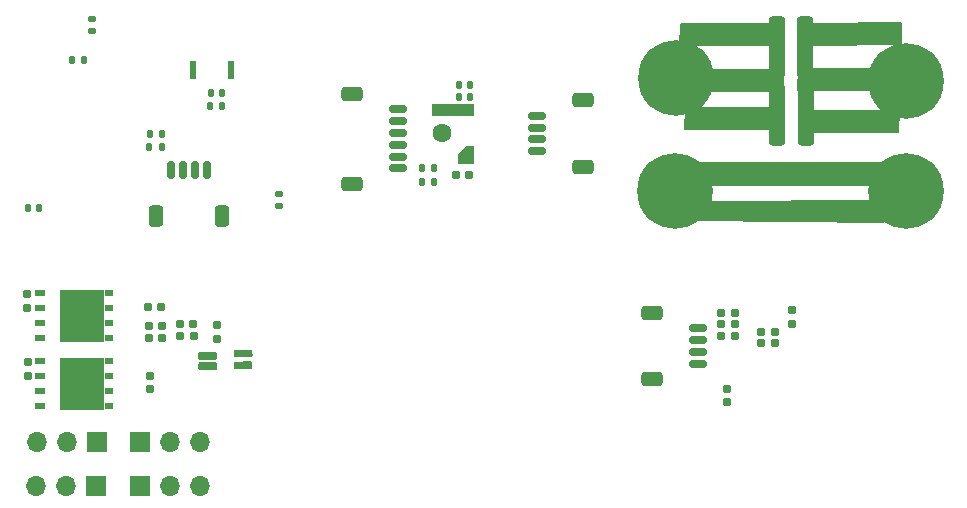
<source format=gbr>
%TF.GenerationSoftware,KiCad,Pcbnew,8.0.5*%
%TF.CreationDate,2024-10-22T02:59:18+02:00*%
%TF.ProjectId,Carte sensors,43617274-6520-4736-956e-736f72732e6b,rev?*%
%TF.SameCoordinates,Original*%
%TF.FileFunction,Soldermask,Bot*%
%TF.FilePolarity,Negative*%
%FSLAX46Y46*%
G04 Gerber Fmt 4.6, Leading zero omitted, Abs format (unit mm)*
G04 Created by KiCad (PCBNEW 8.0.5) date 2024-10-22 02:59:18*
%MOMM*%
%LPD*%
G01*
G04 APERTURE LIST*
G04 Aperture macros list*
%AMRoundRect*
0 Rectangle with rounded corners*
0 $1 Rounding radius*
0 $2 $3 $4 $5 $6 $7 $8 $9 X,Y pos of 4 corners*
0 Add a 4 corners polygon primitive as box body*
4,1,4,$2,$3,$4,$5,$6,$7,$8,$9,$2,$3,0*
0 Add four circle primitives for the rounded corners*
1,1,$1+$1,$2,$3*
1,1,$1+$1,$4,$5*
1,1,$1+$1,$6,$7*
1,1,$1+$1,$8,$9*
0 Add four rect primitives between the rounded corners*
20,1,$1+$1,$2,$3,$4,$5,0*
20,1,$1+$1,$4,$5,$6,$7,0*
20,1,$1+$1,$6,$7,$8,$9,0*
20,1,$1+$1,$8,$9,$2,$3,0*%
%AMOutline5P*
0 Free polygon, 5 corners , with rotation*
0 The origin of the aperture is its center*
0 number of corners: always 5*
0 $1 to $10 corner X, Y*
0 $11 Rotation angle, in degrees counterclockwise*
0 create outline with 5 corners*
4,1,5,$1,$2,$3,$4,$5,$6,$7,$8,$9,$10,$1,$2,$11*%
%AMOutline6P*
0 Free polygon, 6 corners , with rotation*
0 The origin of the aperture is its center*
0 number of corners: always 6*
0 $1 to $12 corner X, Y*
0 $13 Rotation angle, in degrees counterclockwise*
0 create outline with 6 corners*
4,1,6,$1,$2,$3,$4,$5,$6,$7,$8,$9,$10,$11,$12,$1,$2,$13*%
%AMOutline7P*
0 Free polygon, 7 corners , with rotation*
0 The origin of the aperture is its center*
0 number of corners: always 7*
0 $1 to $14 corner X, Y*
0 $15 Rotation angle, in degrees counterclockwise*
0 create outline with 7 corners*
4,1,7,$1,$2,$3,$4,$5,$6,$7,$8,$9,$10,$11,$12,$13,$14,$1,$2,$15*%
%AMOutline8P*
0 Free polygon, 8 corners , with rotation*
0 The origin of the aperture is its center*
0 number of corners: always 8*
0 $1 to $16 corner X, Y*
0 $17 Rotation angle, in degrees counterclockwise*
0 create outline with 8 corners*
4,1,8,$1,$2,$3,$4,$5,$6,$7,$8,$9,$10,$11,$12,$13,$14,$15,$16,$1,$2,$17*%
G04 Aperture macros list end*
%ADD10RoundRect,0.160000X0.160000X-0.197500X0.160000X0.197500X-0.160000X0.197500X-0.160000X-0.197500X0*%
%ADD11R,0.850000X0.500000*%
%ADD12R,0.800000X0.600000*%
%ADD13R,3.750000X4.410000*%
%ADD14O,1.700000X1.700000*%
%ADD15R,1.700000X1.700000*%
%ADD16RoundRect,0.135000X0.135000X0.185000X-0.135000X0.185000X-0.135000X-0.185000X0.135000X-0.185000X0*%
%ADD17RoundRect,0.135000X-0.135000X-0.185000X0.135000X-0.185000X0.135000X0.185000X-0.135000X0.185000X0*%
%ADD18RoundRect,0.135000X0.185000X-0.135000X0.185000X0.135000X-0.185000X0.135000X-0.185000X-0.135000X0*%
%ADD19R,0.550000X1.500000*%
%ADD20RoundRect,0.140000X0.140000X0.170000X-0.140000X0.170000X-0.140000X-0.170000X0.140000X-0.170000X0*%
%ADD21C,0.800000*%
%ADD22C,6.400000*%
%ADD23C,1.600000*%
%ADD24RoundRect,0.135000X-0.185000X0.135000X-0.185000X-0.135000X0.185000X-0.135000X0.185000X0.135000X0*%
%ADD25RoundRect,0.155000X0.212500X0.155000X-0.212500X0.155000X-0.212500X-0.155000X0.212500X-0.155000X0*%
%ADD26RoundRect,0.155000X-0.212500X-0.155000X0.212500X-0.155000X0.212500X0.155000X-0.212500X0.155000X0*%
%ADD27RoundRect,0.155000X-0.155000X0.212500X-0.155000X-0.212500X0.155000X-0.212500X0.155000X0.212500X0*%
%ADD28RoundRect,0.160000X-0.160000X0.197500X-0.160000X-0.197500X0.160000X-0.197500X0.160000X0.197500X0*%
%ADD29RoundRect,0.150000X0.625000X-0.150000X0.625000X0.150000X-0.625000X0.150000X-0.625000X-0.150000X0*%
%ADD30RoundRect,0.250000X0.650000X-0.350000X0.650000X0.350000X-0.650000X0.350000X-0.650000X-0.350000X0*%
%ADD31RoundRect,0.250000X0.412500X2.350000X-0.412500X2.350000X-0.412500X-2.350000X0.412500X-2.350000X0*%
%ADD32RoundRect,0.150000X-0.625000X0.150000X-0.625000X-0.150000X0.625000X-0.150000X0.625000X0.150000X0*%
%ADD33RoundRect,0.250000X-0.650000X0.350000X-0.650000X-0.350000X0.650000X-0.350000X0.650000X0.350000X0*%
%ADD34Outline5P,-0.650000X0.100000X0.000000X0.750000X0.650000X0.750000X0.650000X-0.750000X-0.650000X-0.750000X0.000000*%
%ADD35R,3.600000X1.100000*%
%ADD36RoundRect,0.150000X0.150000X0.625000X-0.150000X0.625000X-0.150000X-0.625000X0.150000X-0.625000X0*%
%ADD37RoundRect,0.250000X0.350000X0.650000X-0.350000X0.650000X-0.350000X-0.650000X0.350000X-0.650000X0*%
G04 APERTURE END LIST*
D10*
%TO.C,R22*%
X150295000Y-124602000D03*
X150295000Y-125797000D03*
%TD*%
%TO.C,R20*%
X150235000Y-118886000D03*
X150235000Y-120081000D03*
%TD*%
D11*
%TO.C,Q2*%
X151345000Y-122635000D03*
X151345000Y-121365000D03*
X151345000Y-120095000D03*
X151345000Y-118825000D03*
D12*
X157170000Y-118825000D03*
X157170000Y-120095000D03*
X157170000Y-121365000D03*
X157170000Y-122635000D03*
D13*
X154895000Y-120730000D03*
%TD*%
%TO.C,Q1*%
X154925000Y-126490000D03*
D12*
X157200000Y-128395000D03*
X157200000Y-127125000D03*
X157200000Y-125855000D03*
X157200000Y-124585000D03*
D11*
X151375000Y-124585000D03*
X151375000Y-125855000D03*
X151375000Y-127125000D03*
X151375000Y-128395000D03*
%TD*%
D14*
%TO.C,J10*%
X164915000Y-135130000D03*
X162375000Y-135130000D03*
D15*
X159835000Y-135130000D03*
%TD*%
D14*
%TO.C,J9*%
X164930000Y-131400000D03*
X162390000Y-131400000D03*
D15*
X159850000Y-131400000D03*
%TD*%
D14*
%TO.C,J8*%
X151100000Y-131400000D03*
X153640000Y-131400000D03*
D15*
X156180000Y-131400000D03*
%TD*%
D14*
%TO.C,J7*%
X151045000Y-135130000D03*
X153585000Y-135130000D03*
D15*
X156125000Y-135130000D03*
%TD*%
D16*
%TO.C,R3*%
X161670000Y-105370000D03*
X160650000Y-105370000D03*
%TD*%
D17*
%TO.C,R5*%
X165760000Y-102990000D03*
X166780000Y-102990000D03*
%TD*%
D18*
%TO.C,R2*%
X155730000Y-96650000D03*
X155730000Y-95630000D03*
%TD*%
D19*
%TO.C,SW1*%
X167540000Y-99885000D03*
X164290000Y-99885000D03*
%TD*%
D20*
%TO.C,C2*%
X151280000Y-111620000D03*
X150320000Y-111620000D03*
%TD*%
D21*
%TO.C,H2*%
X202762944Y-100582944D03*
X203465888Y-98885888D03*
X203465888Y-102280000D03*
X205162944Y-98182944D03*
D22*
X205162944Y-100582944D03*
D21*
X205162944Y-102982944D03*
X206860000Y-98885888D03*
X206860000Y-102280000D03*
X207562944Y-100582944D03*
%TD*%
D23*
%TO.C,PA1010D1*%
X185350000Y-105240000D03*
%TD*%
D24*
%TO.C,R6*%
X171600000Y-110430000D03*
X171600000Y-111450000D03*
%TD*%
D21*
%TO.C,H1*%
X222280000Y-100830000D03*
X222982944Y-99132944D03*
X222982944Y-102527056D03*
X224680000Y-98430000D03*
D22*
X224680000Y-100830000D03*
D21*
X224680000Y-103230000D03*
X226377056Y-99132944D03*
X226377056Y-102527056D03*
X227080000Y-100830000D03*
%TD*%
D16*
%TO.C,R4*%
X161640000Y-106460000D03*
X160620000Y-106460000D03*
%TD*%
D25*
%TO.C,C17*%
X160565000Y-122592500D03*
X161700000Y-122592500D03*
%TD*%
D21*
%TO.C,H3*%
X222252944Y-110192944D03*
X222955888Y-108495888D03*
X222955888Y-111890000D03*
X224652944Y-107792944D03*
D22*
X224652944Y-110192944D03*
D21*
X224652944Y-112592944D03*
X226350000Y-108495888D03*
X226350000Y-111890000D03*
X227052944Y-110192944D03*
%TD*%
D26*
%TO.C,C15*%
X164352500Y-122432500D03*
X163217500Y-122432500D03*
%TD*%
D25*
%TO.C,C14*%
X160467500Y-120022500D03*
X161602500Y-120022500D03*
%TD*%
D27*
%TO.C,C26*%
X160625000Y-126930000D03*
X160625000Y-125795000D03*
%TD*%
D25*
%TO.C,C16*%
X160565000Y-121622500D03*
X161700000Y-121622500D03*
%TD*%
D28*
%TO.C,R16*%
X166325000Y-122722500D03*
X166325000Y-121527500D03*
%TD*%
D21*
%TO.C,H4*%
X202682944Y-110192944D03*
X203385888Y-108495888D03*
X203385888Y-111890000D03*
X205082944Y-107792944D03*
D22*
X205082944Y-110192944D03*
D21*
X205082944Y-112592944D03*
X206780000Y-108495888D03*
X206780000Y-111890000D03*
X207482944Y-110192944D03*
%TD*%
D17*
%TO.C,R1*%
X154070000Y-99090000D03*
X155090000Y-99090000D03*
%TD*%
D26*
%TO.C,C13*%
X164335000Y-121422500D03*
X163200000Y-121422500D03*
%TD*%
D20*
%TO.C,C1*%
X166780000Y-101890000D03*
X165820000Y-101890000D03*
%TD*%
D10*
%TO.C,R19*%
X215010000Y-121417500D03*
X215010000Y-120222500D03*
%TD*%
D25*
%TO.C,C22*%
X210167500Y-120490000D03*
X209032500Y-120490000D03*
%TD*%
D17*
%TO.C,R17*%
X183720000Y-108250000D03*
X184740000Y-108250000D03*
%TD*%
D29*
%TO.C,J4*%
X207025000Y-124780000D03*
X207025000Y-123780000D03*
X207025000Y-122780000D03*
X207025000Y-121780000D03*
D30*
X203150000Y-126080000D03*
X203150000Y-120480000D03*
%TD*%
D31*
%TO.C,R10*%
X216140000Y-97970000D03*
X213715000Y-97970000D03*
%TD*%
D26*
%TO.C,C10*%
X186542500Y-108800000D03*
X187677500Y-108800000D03*
%TD*%
D27*
%TO.C,C28*%
X209490000Y-126935000D03*
X209490000Y-128070000D03*
%TD*%
D26*
%TO.C,C21*%
X212412500Y-123072500D03*
X213547500Y-123072500D03*
%TD*%
D17*
%TO.C,R18*%
X183700000Y-109420000D03*
X184720000Y-109420000D03*
%TD*%
D20*
%TO.C,C4*%
X187760000Y-102230000D03*
X186800000Y-102230000D03*
%TD*%
D25*
%TO.C,C23*%
X210177500Y-122410000D03*
X209042500Y-122410000D03*
%TD*%
D26*
%TO.C,C20*%
X212412500Y-122092500D03*
X213547500Y-122092500D03*
%TD*%
D31*
%TO.C,R15*%
X216180000Y-103730000D03*
X213755000Y-103730000D03*
%TD*%
D20*
%TO.C,C3*%
X187760000Y-101230000D03*
X186800000Y-101230000D03*
%TD*%
D25*
%TO.C,C24*%
X210167500Y-121460000D03*
X209032500Y-121460000D03*
%TD*%
D32*
%TO.C,J3*%
X193465000Y-103800000D03*
X193465000Y-104800000D03*
X193465000Y-105800000D03*
X193465000Y-106800000D03*
D33*
X197340000Y-102500000D03*
X197340000Y-108100000D03*
%TD*%
D29*
%TO.C,J2*%
X181650000Y-108260000D03*
X181650000Y-107260000D03*
X181650000Y-106260000D03*
X181650000Y-105260000D03*
X181650000Y-104260000D03*
X181650000Y-103260000D03*
D30*
X177775000Y-109560000D03*
X177775000Y-101960000D03*
%TD*%
D34*
%TO.C,BT1*%
X187440000Y-107080000D03*
D35*
X186290000Y-103290000D03*
%TD*%
D36*
%TO.C,J1*%
X165460000Y-108420000D03*
X164460000Y-108420000D03*
X163460000Y-108420000D03*
X162460000Y-108420000D03*
D37*
X166760000Y-112295000D03*
X161160000Y-112295000D03*
%TD*%
G36*
X213081618Y-95966052D02*
G01*
X213127442Y-96018796D01*
X213138708Y-96071727D01*
X213121252Y-97773722D01*
X213100881Y-97840556D01*
X213047611Y-97885767D01*
X212997420Y-97896450D01*
X205568692Y-97906123D01*
X205501627Y-97886526D01*
X205455804Y-97833781D01*
X205444611Y-97777675D01*
X205505709Y-96075686D01*
X205527786Y-96009395D01*
X205582197Y-95965564D01*
X205629466Y-95956134D01*
X213014552Y-95946455D01*
X213081618Y-95966052D01*
G37*
G36*
X214254926Y-99825989D02*
G01*
X214321935Y-99845779D01*
X214367607Y-99898654D01*
X214378725Y-99951261D01*
X214361268Y-101653266D01*
X214340897Y-101720100D01*
X214287627Y-101765311D01*
X214237082Y-101775994D01*
X208058338Y-101766385D01*
X207991329Y-101746596D01*
X207945657Y-101693721D01*
X207934611Y-101637937D01*
X207995709Y-99935925D01*
X208017786Y-99869634D01*
X208072197Y-99825803D01*
X208119823Y-99816373D01*
X214254926Y-99825989D01*
G37*
G36*
X213511618Y-103076052D02*
G01*
X213557442Y-103128796D01*
X213568708Y-103181727D01*
X213551252Y-104883722D01*
X213530881Y-104950556D01*
X213477611Y-104995767D01*
X213427420Y-105006450D01*
X205998692Y-105016123D01*
X205931627Y-104996526D01*
X205885804Y-104943781D01*
X205874611Y-104887675D01*
X205935709Y-103185686D01*
X205957786Y-103119395D01*
X206012197Y-103075564D01*
X206059466Y-103066134D01*
X213444552Y-103056455D01*
X213511618Y-103076052D01*
G37*
G36*
X221784675Y-99766010D02*
G01*
X221851684Y-99785800D01*
X221897356Y-99838675D01*
X221908474Y-99891282D01*
X221891017Y-101593287D01*
X221870646Y-101660121D01*
X221817376Y-101705332D01*
X221766831Y-101716015D01*
X215588087Y-101706406D01*
X215521078Y-101686617D01*
X215475406Y-101633742D01*
X215464360Y-101577958D01*
X215525458Y-99875946D01*
X215547535Y-99809655D01*
X215601946Y-99765824D01*
X215649572Y-99756394D01*
X221784675Y-99766010D01*
G37*
G36*
X224081618Y-103316052D02*
G01*
X224127442Y-103368796D01*
X224138708Y-103421727D01*
X224121252Y-105123722D01*
X224100881Y-105190556D01*
X224047611Y-105235767D01*
X223997420Y-105246450D01*
X216568692Y-105256123D01*
X216501627Y-105236526D01*
X216455804Y-105183781D01*
X216444611Y-105127675D01*
X216505709Y-103425686D01*
X216527786Y-103359395D01*
X216582197Y-103315564D01*
X216629466Y-103306134D01*
X224014552Y-103296455D01*
X224081618Y-103316052D01*
G37*
G36*
X224301618Y-95916052D02*
G01*
X224347442Y-95968796D01*
X224358708Y-96021727D01*
X224341252Y-97723722D01*
X224320881Y-97790556D01*
X224267611Y-97835767D01*
X224217420Y-97846450D01*
X216788692Y-97856123D01*
X216721627Y-97836526D01*
X216675804Y-97783781D01*
X216664611Y-97727675D01*
X216725709Y-96025686D01*
X216747786Y-95959395D01*
X216802197Y-95915564D01*
X216849466Y-95906134D01*
X224234552Y-95896455D01*
X224301618Y-95916052D01*
G37*
G36*
X221739958Y-110929685D02*
G01*
X221777169Y-110966045D01*
X222891078Y-112645611D01*
X222911726Y-112712360D01*
X222893010Y-112779677D01*
X222840870Y-112826187D01*
X222786752Y-112838143D01*
X206937873Y-112711973D01*
X206870992Y-112691755D01*
X206825659Y-112638589D01*
X206816267Y-112569353D01*
X206840226Y-112512828D01*
X207933187Y-111078316D01*
X207989474Y-111036920D01*
X208030740Y-111029470D01*
X221672749Y-110910586D01*
X221739958Y-110929685D01*
G37*
G36*
X222848555Y-107690388D02*
G01*
X222894539Y-107742992D01*
X222904784Y-107812107D01*
X222886211Y-107862149D01*
X221706734Y-109692979D01*
X221653879Y-109738675D01*
X221602173Y-109749824D01*
X208036064Y-109714787D01*
X207969075Y-109694929D01*
X207926469Y-109648186D01*
X207024264Y-107920511D01*
X207010680Y-107851974D01*
X207036307Y-107786974D01*
X207093007Y-107746147D01*
X207133639Y-107739113D01*
X222781430Y-107670995D01*
X222848555Y-107690388D01*
G37*
G36*
X166218243Y-123803436D02*
G01*
X166285189Y-123823437D01*
X166330694Y-123876456D01*
X166341643Y-123925498D01*
X166347777Y-124318073D01*
X166329142Y-124385412D01*
X166277059Y-124431986D01*
X166223792Y-124444010D01*
X164876102Y-124444010D01*
X164809063Y-124424325D01*
X164763308Y-124371521D01*
X164752124Y-124317676D01*
X164759634Y-123918806D01*
X164780577Y-123852149D01*
X164834233Y-123807396D01*
X164884197Y-123797141D01*
X166218243Y-123803436D01*
G37*
G36*
X166294175Y-124680128D02*
G01*
X166340349Y-124732567D01*
X166351952Y-124783006D01*
X166358025Y-125165597D01*
X166339407Y-125232940D01*
X166287336Y-125279528D01*
X166235591Y-125291555D01*
X164887974Y-125308400D01*
X164820694Y-125289555D01*
X164774282Y-125237327D01*
X164762447Y-125182039D01*
X164769883Y-124793219D01*
X164790845Y-124726568D01*
X164844515Y-124681831D01*
X164892873Y-124671594D01*
X166226981Y-124660978D01*
X166294175Y-124680128D01*
G37*
G36*
X169284175Y-123610128D02*
G01*
X169330349Y-123662567D01*
X169341952Y-123713006D01*
X169348025Y-124095597D01*
X169329407Y-124162940D01*
X169277336Y-124209528D01*
X169225591Y-124221555D01*
X167877974Y-124238400D01*
X167810694Y-124219555D01*
X167764282Y-124167327D01*
X167752447Y-124112039D01*
X167759883Y-123723219D01*
X167780845Y-123656568D01*
X167834515Y-123611831D01*
X167882873Y-123601594D01*
X169216981Y-123590978D01*
X169284175Y-123610128D01*
G37*
G36*
X169274175Y-124610128D02*
G01*
X169320349Y-124662567D01*
X169331952Y-124713006D01*
X169338025Y-125095597D01*
X169319407Y-125162940D01*
X169267336Y-125209528D01*
X169215591Y-125221555D01*
X167867974Y-125238400D01*
X167800694Y-125219555D01*
X167754282Y-125167327D01*
X167742447Y-125112039D01*
X167749883Y-124723219D01*
X167770845Y-124656568D01*
X167824515Y-124611831D01*
X167872873Y-124601594D01*
X169206981Y-124590978D01*
X169274175Y-124610128D01*
G37*
M02*

</source>
